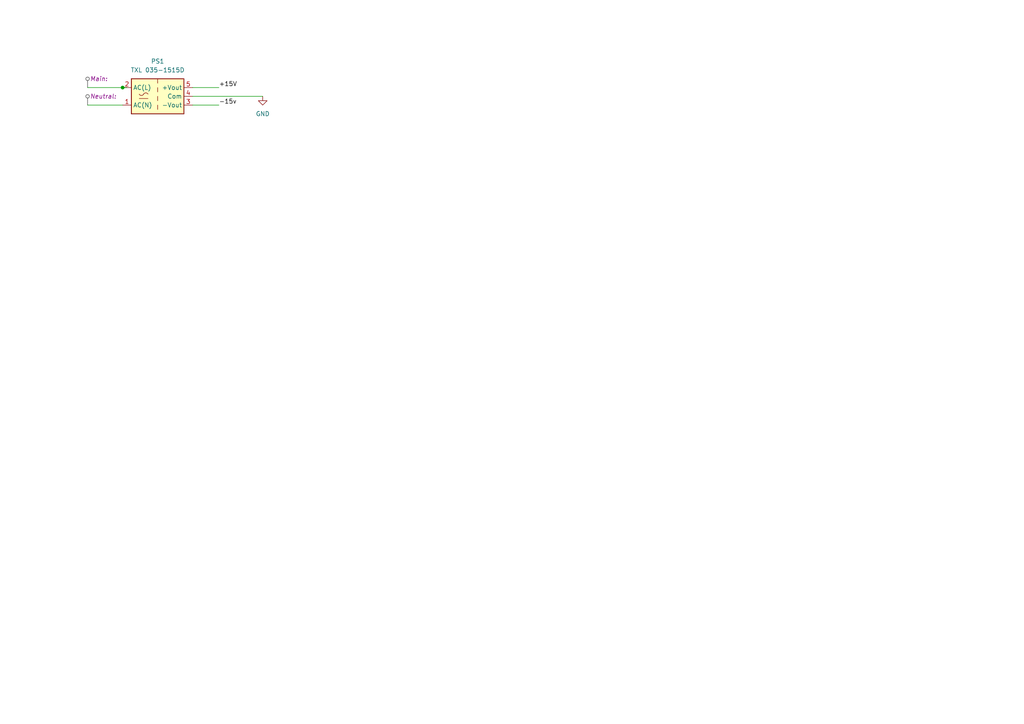
<source format=kicad_sch>
(kicad_sch (version 20230121) (generator eeschema)

  (uuid fb6ee96a-295f-4691-bc3c-71cdd550988a)

  (paper "A4")

  (lib_symbols
    (symbol "Converter_ACDC:RAC20-12DK" (in_bom yes) (on_board yes)
      (property "Reference" "PS" (at 0 6.35 0)
        (effects (font (size 1.27 1.27)))
      )
      (property "Value" "RAC20-12DK" (at 0 -6.35 0)
        (effects (font (size 1.27 1.27)))
      )
      (property "Footprint" "Converter_ACDC:Converter_ACDC_Recom_RAC20-xxDK_THT" (at 0 -8.89 0)
        (effects (font (size 1.27 1.27)) hide)
      )
      (property "Datasheet" "https://recom-power.com/pdf/Powerline_AC-DC/RAC20-K.pdf" (at 0 0 0)
        (effects (font (size 1.27 1.27)) hide)
      )
      (property "ki_keywords" "ac dc power supply" (at 0 0 0)
        (effects (font (size 1.27 1.27)) hide)
      )
      (property "ki_description" "20 Watt Dual Output AC/DC power supply ±12V ±833mA" (at 0 0 0)
        (effects (font (size 1.27 1.27)) hide)
      )
      (property "ki_fp_filters" "Converter*ACDC*Recom*RAC20*DK*THT*" (at 0 0 0)
        (effects (font (size 1.27 1.27)) hide)
      )
      (symbol "RAC20-12DK_0_1"
        (rectangle (start -7.62 5.08) (end 7.62 -5.08)
          (stroke (width 0.254) (type default))
          (fill (type background))
        )
        (arc (start -5.334 0.635) (mid -4.699 0.2495) (end -4.064 0.635)
          (stroke (width 0) (type default))
          (fill (type none))
        )
        (arc (start -2.794 0.635) (mid -3.429 1.0072) (end -4.064 0.635)
          (stroke (width 0) (type default))
          (fill (type none))
        )
        (polyline
          (pts
            (xy -5.334 -0.635)
            (xy -2.794 -0.635)
          )
          (stroke (width 0) (type default))
          (fill (type none))
        )
        (polyline
          (pts
            (xy 0 -2.54)
            (xy 0 -3.81)
          )
          (stroke (width 0) (type default))
          (fill (type none))
        )
        (polyline
          (pts
            (xy 0 0)
            (xy 0 -1.27)
          )
          (stroke (width 0) (type default))
          (fill (type none))
        )
        (polyline
          (pts
            (xy 0 2.54)
            (xy 0 1.27)
          )
          (stroke (width 0) (type default))
          (fill (type none))
        )
        (polyline
          (pts
            (xy 0 5.08)
            (xy 0 3.81)
          )
          (stroke (width 0) (type default))
          (fill (type none))
        )
      )
      (symbol "RAC20-12DK_1_1"
        (pin power_in line (at -10.16 -2.54 0) (length 2.54)
          (name "AC(N)" (effects (font (size 1.27 1.27))))
          (number "1" (effects (font (size 1.27 1.27))))
        )
        (pin power_in line (at -10.16 2.54 0) (length 2.54)
          (name "AC(L)" (effects (font (size 1.27 1.27))))
          (number "2" (effects (font (size 1.27 1.27))))
        )
        (pin power_out line (at 10.16 -2.54 180) (length 2.54)
          (name "-Vout" (effects (font (size 1.27 1.27))))
          (number "3" (effects (font (size 1.27 1.27))))
        )
        (pin power_out line (at 10.16 0 180) (length 2.54)
          (name "Com" (effects (font (size 1.27 1.27))))
          (number "4" (effects (font (size 1.27 1.27))))
        )
        (pin power_out line (at 10.16 2.54 180) (length 2.54)
          (name "+Vout" (effects (font (size 1.27 1.27))))
          (number "5" (effects (font (size 1.27 1.27))))
        )
      )
    )
    (symbol "power:GND" (power) (pin_names (offset 0)) (in_bom yes) (on_board yes)
      (property "Reference" "#PWR" (at 0 -6.35 0)
        (effects (font (size 1.27 1.27)) hide)
      )
      (property "Value" "GND" (at 0 -3.81 0)
        (effects (font (size 1.27 1.27)))
      )
      (property "Footprint" "" (at 0 0 0)
        (effects (font (size 1.27 1.27)) hide)
      )
      (property "Datasheet" "" (at 0 0 0)
        (effects (font (size 1.27 1.27)) hide)
      )
      (property "ki_keywords" "global power" (at 0 0 0)
        (effects (font (size 1.27 1.27)) hide)
      )
      (property "ki_description" "Power symbol creates a global label with name \"GND\" , ground" (at 0 0 0)
        (effects (font (size 1.27 1.27)) hide)
      )
      (symbol "GND_0_1"
        (polyline
          (pts
            (xy 0 0)
            (xy 0 -1.27)
            (xy 1.27 -1.27)
            (xy 0 -2.54)
            (xy -1.27 -1.27)
            (xy 0 -1.27)
          )
          (stroke (width 0) (type default))
          (fill (type none))
        )
      )
      (symbol "GND_1_1"
        (pin power_in line (at 0 0 270) (length 0) hide
          (name "GND" (effects (font (size 1.27 1.27))))
          (number "1" (effects (font (size 1.27 1.27))))
        )
      )
    )
  )

  (junction (at 35.56 25.4) (diameter 0) (color 0 0 0 0)
    (uuid 8587ee73-7273-4b02-a8d0-5d0c661529e1)
  )

  (wire (pts (xy 25.4 30.48) (xy 35.56 30.48))
    (stroke (width 0) (type default))
    (uuid 20cdf29b-4bb9-400b-8077-a22d4dfd5528)
  )
  (wire (pts (xy 25.4 25.4) (xy 35.56 25.4))
    (stroke (width 0) (type default))
    (uuid 4098ccb7-7984-421e-be37-3500369b8c96)
  )
  (wire (pts (xy 35.56 25.4) (xy 36.83 25.4))
    (stroke (width 0) (type default))
    (uuid 5e64c7fe-5113-43fd-9627-1a475ed089b5)
  )
  (wire (pts (xy 55.88 30.48) (xy 63.5 30.48))
    (stroke (width 0) (type default))
    (uuid 87f7e8c7-9b59-45d9-87ac-d6f869c1193c)
  )
  (wire (pts (xy 55.88 27.94) (xy 76.2 27.94))
    (stroke (width 0) (type default))
    (uuid aa0d9f32-5968-4bf2-a092-4f74fd20c0a0)
  )
  (wire (pts (xy 55.88 25.4) (xy 63.5 25.4))
    (stroke (width 0) (type default))
    (uuid d8fd5422-65ea-4d02-8bd5-a6ef46ccb2e2)
  )

  (label "+15V" (at 63.5 25.4 0) (fields_autoplaced)
    (effects (font (size 1.27 1.27)) (justify left bottom))
    (uuid 65372fcb-502b-4a75-882e-e007f93b0c7c)
  )
  (label "-15v" (at 63.5 30.48 0) (fields_autoplaced)
    (effects (font (size 1.27 1.27)) (justify left bottom))
    (uuid 7ab249b1-590f-4541-bebd-a245b10d2c77)
  )

  (netclass_flag "" (length 2.54) (shape round) (at 25.4 30.48 0) (fields_autoplaced)
    (effects (font (size 1.27 1.27)) (justify left bottom))
    (uuid 7233f752-317d-43e6-90e6-33885e4e2b59)
    (property "Neutral" "" (at 26.0985 27.94 0) (show_name)
      (effects (font (size 1.27 1.27) italic) (justify left))
    )
  )
  (netclass_flag "" (length 2.54) (shape round) (at 25.4 25.4 0) (fields_autoplaced)
    (effects (font (size 1.27 1.27)) (justify left bottom))
    (uuid 86456f12-2808-4c9a-886f-8246e7be864d)
    (property "Main" "" (at 26.0985 22.86 0) (show_name)
      (effects (font (size 1.27 1.27) italic) (justify left))
    )
  )

  (symbol (lib_id "Converter_ACDC:RAC20-12DK") (at 45.72 27.94 0) (unit 1)
    (in_bom yes) (on_board yes) (dnp no) (fields_autoplaced)
    (uuid 4607d8b3-cea6-45c5-bd82-9c22eae45b01)
    (property "Reference" "PS1" (at 45.72 17.78 0)
      (effects (font (size 1.27 1.27)))
    )
    (property "Value" "TXL 035-1515D" (at 45.72 20.32 0)
      (effects (font (size 1.27 1.27)))
    )
    (property "Footprint" "" (at 45.72 36.83 0)
      (effects (font (size 1.27 1.27)) hide)
    )
    (property "Datasheet" "https://www.tracopower.com/products/txl035.pdf" (at 45.72 27.94 0)
      (effects (font (size 1.27 1.27)) hide)
    )
    (pin "1" (uuid 22cbeb38-2798-4313-96d8-e12b84477c4b))
    (pin "2" (uuid 4cb103cd-1032-4087-8a6c-2b7e7df681fb))
    (pin "5" (uuid 25332919-2028-4a9c-bb32-226c61b2e627))
    (pin "4" (uuid ec0d65e7-8c19-415e-b369-6788c6114947))
    (pin "3" (uuid f27e0c70-5f23-431a-ba67-8a2e00742cb2))
    (instances
      (project "Schem1"
        (path "/911b5eb8-7b6c-425b-b090-765c473021df/4ec6c229-484a-4928-bf95-00b0ddfd3ffb"
          (reference "PS1") (unit 1)
        )
      )
      (project "Capstone_2"
        (path "/e9cb22ac-4e28-4b8f-97fc-409e162ca450/e5487361-2451-41b1-a622-e0a0f0c1d9d1"
          (reference "PS2") (unit 1)
        )
      )
    )
  )

  (symbol (lib_id "power:GND") (at 76.2 27.94 0) (unit 1)
    (in_bom yes) (on_board yes) (dnp no) (fields_autoplaced)
    (uuid 88f57732-6bf1-46c3-81b5-a83ce5fab513)
    (property "Reference" "#PWR01" (at 76.2 34.29 0)
      (effects (font (size 1.27 1.27)) hide)
    )
    (property "Value" "GND" (at 76.2 33.02 0)
      (effects (font (size 1.27 1.27)))
    )
    (property "Footprint" "" (at 76.2 27.94 0)
      (effects (font (size 1.27 1.27)) hide)
    )
    (property "Datasheet" "" (at 76.2 27.94 0)
      (effects (font (size 1.27 1.27)) hide)
    )
    (pin "1" (uuid ae23a5bf-5bd4-4333-9990-b9ab974629ea))
    (instances
      (project "Schem1"
        (path "/911b5eb8-7b6c-425b-b090-765c473021df/4ec6c229-484a-4928-bf95-00b0ddfd3ffb"
          (reference "#PWR01") (unit 1)
        )
      )
      (project "Capstone_2"
        (path "/e9cb22ac-4e28-4b8f-97fc-409e162ca450/e5487361-2451-41b1-a622-e0a0f0c1d9d1"
          (reference "#PWR05") (unit 1)
        )
      )
    )
  )
)

</source>
